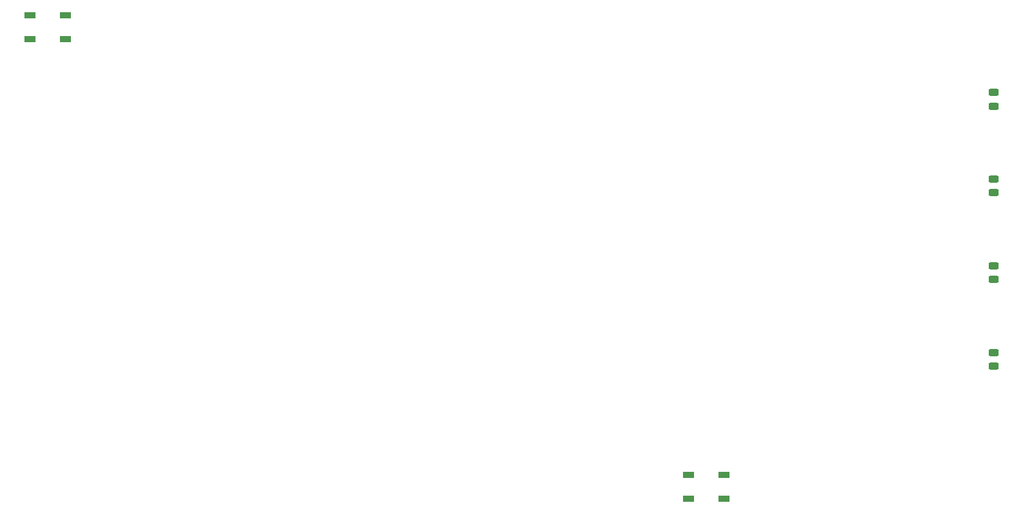
<source format=gbp>
%TF.GenerationSoftware,KiCad,Pcbnew,8.0.2-8.0.2-0~ubuntu22.04.1*%
%TF.CreationDate,2024-05-24T16:16:29-07:00*%
%TF.ProjectId,YamhillFrontPanel,59616d68-696c-46c4-9672-6f6e7450616e,B*%
%TF.SameCoordinates,Original*%
%TF.FileFunction,Paste,Bot*%
%TF.FilePolarity,Positive*%
%FSLAX46Y46*%
G04 Gerber Fmt 4.6, Leading zero omitted, Abs format (unit mm)*
G04 Created by KiCad (PCBNEW 8.0.2-8.0.2-0~ubuntu22.04.1) date 2024-05-24 16:16:29*
%MOMM*%
%LPD*%
G01*
G04 APERTURE LIST*
G04 Aperture macros list*
%AMRoundRect*
0 Rectangle with rounded corners*
0 $1 Rounding radius*
0 $2 $3 $4 $5 $6 $7 $8 $9 X,Y pos of 4 corners*
0 Add a 4 corners polygon primitive as box body*
4,1,4,$2,$3,$4,$5,$6,$7,$8,$9,$2,$3,0*
0 Add four circle primitives for the rounded corners*
1,1,$1+$1,$2,$3*
1,1,$1+$1,$4,$5*
1,1,$1+$1,$6,$7*
1,1,$1+$1,$8,$9*
0 Add four rect primitives between the rounded corners*
20,1,$1+$1,$2,$3,$4,$5,0*
20,1,$1+$1,$4,$5,$6,$7,0*
20,1,$1+$1,$6,$7,$8,$9,0*
20,1,$1+$1,$8,$9,$2,$3,0*%
G04 Aperture macros list end*
%ADD10R,1.500000X0.900000*%
%ADD11RoundRect,0.243750X-0.456250X0.243750X-0.456250X-0.243750X0.456250X-0.243750X0.456250X0.243750X0*%
G04 APERTURE END LIST*
D10*
%TO.C,D2*%
X165700000Y-117000000D03*
X165700000Y-120300000D03*
X160800000Y-120300000D03*
X160800000Y-117000000D03*
%TD*%
%TO.C,D5*%
X74450000Y-53350000D03*
X74450000Y-56650000D03*
X69550000Y-56650000D03*
X69550000Y-53350000D03*
%TD*%
D11*
%TO.C,D3*%
X203000000Y-76062500D03*
X203000000Y-77937500D03*
%TD*%
%TO.C,D1*%
X203000000Y-64062500D03*
X203000000Y-65937500D03*
%TD*%
%TO.C,D6*%
X203000000Y-100062500D03*
X203000000Y-101937500D03*
%TD*%
%TO.C,D4*%
X203000000Y-88062500D03*
X203000000Y-89937500D03*
%TD*%
M02*

</source>
